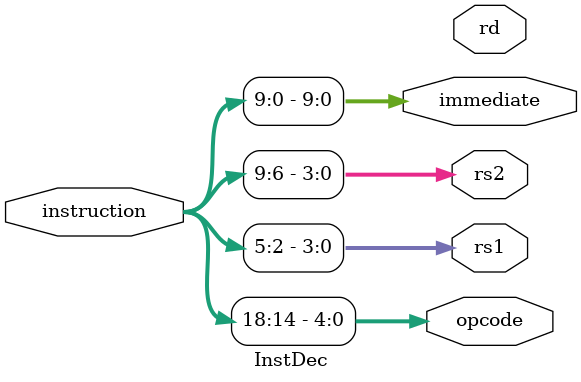
<source format=v>
module InstDec(
input [18:0] instruction,
output reg [4:0] opcode,
output reg [3:0] rs1,rs2,rd,
output reg [9:0]immediate);

always@(*)
begin 
opcode = instruction[18:14];
rs1 = instruction[13:10];
rs2 = instruction[9:6];
rs1 = instruction[5:2];
immediate= instruction[9:0];
end 
endmodule

</source>
